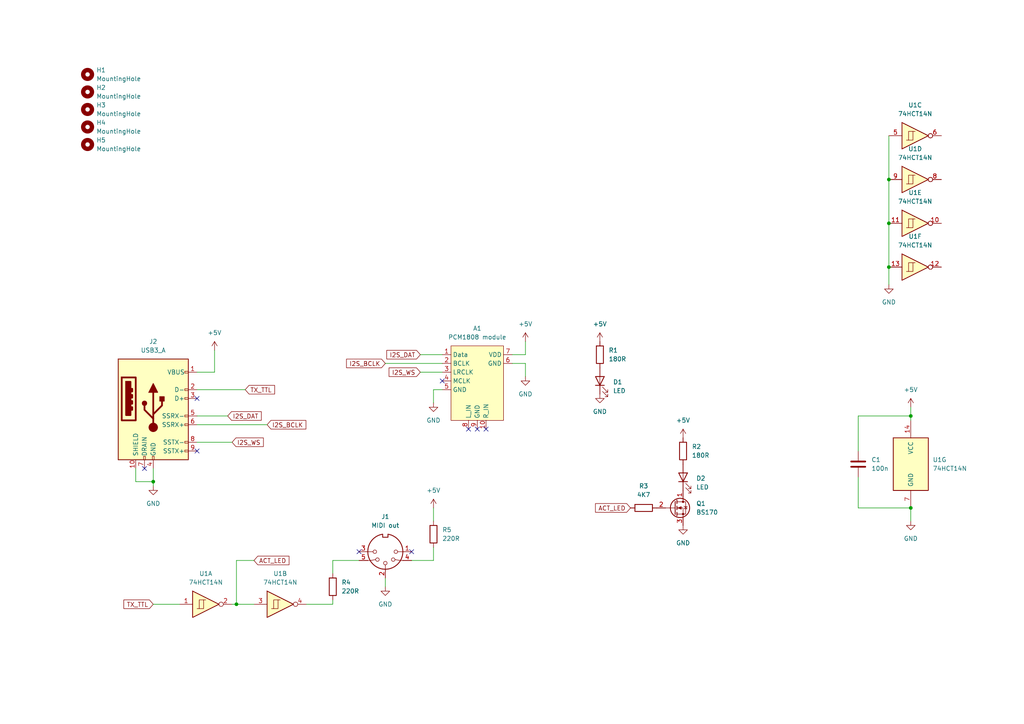
<source format=kicad_sch>
(kicad_sch (version 20230121) (generator eeschema)
  (paper "A4")
  (lib_symbols
    (symbol "74xx:74HC14" (pin_names (offset 1.016))
      (property "Reference" "U" (at 0 1.27 0))
      (property "Value" "74HC14" (at 0 -1.27 0))
      (symbol "74HC14_1_0"
        (polyline (pts (xy -3.81 3.81) (xy -3.81 -3.81) (xy 3.81 0) (xy -3.81 3.81)) (stroke (width 0.254)) (fill (type background)))
        (pin input line (at -7.62 0 0) (length 3.81) (name "~") (number "1"))
        (pin output inverted (at 7.62 0 180) (length 3.81) (name "~") (number "2"))
      )
      (symbol "74HC14_1_1"
        (polyline (pts (xy -1.905 -1.27) (xy -1.905 1.27) (xy -0.635 1.27)))
        (polyline (pts (xy -2.54 -1.27) (xy -0.635 -1.27) (xy -0.635 1.27) (xy 0 1.27)))
      )
      (symbol "74HC14_2_0"
        (polyline (pts (xy -3.81 3.81) (xy -3.81 -3.81) (xy 3.81 0) (xy -3.81 3.81)) (stroke (width 0.254)) (fill (type background)))
        (pin input line (at -7.62 0 0) (length 3.81) (name "~") (number "3"))
        (pin output inverted (at 7.62 0 180) (length 3.81) (name "~") (number "4"))
      )
      (symbol "74HC14_2_1"
        (polyline (pts (xy -1.905 -1.27) (xy -1.905 1.27) (xy -0.635 1.27)))
        (polyline (pts (xy -2.54 -1.27) (xy -0.635 -1.27) (xy -0.635 1.27) (xy 0 1.27)))
      )
      (symbol "74HC14_3_0"
        (polyline (pts (xy -3.81 3.81) (xy -3.81 -3.81) (xy 3.81 0) (xy -3.81 3.81)) (stroke (width 0.254)) (fill (type background)))
        (pin input line (at -7.62 0 0) (length 3.81) (name "~") (number "5"))
        (pin output inverted (at 7.62 0 180) (length 3.81) (name "~") (number "6"))
      )
      (symbol "74HC14_3_1"
        (polyline (pts (xy -1.905 -1.27) (xy -1.905 1.27) (xy -0.635 1.27)))
        (polyline (pts (xy -2.54 -1.27) (xy -0.635 -1.27) (xy -0.635 1.27) (xy 0 1.27)))
      )
      (symbol "74HC14_4_0"
        (polyline (pts (xy -3.81 3.81) (xy -3.81 -3.81) (xy 3.81 0) (xy -3.81 3.81)) (stroke (width 0.254)) (fill (type background)))
        (pin output inverted (at 7.62 0 180) (length 3.81) (name "~") (number "8"))
        (pin input line (at -7.62 0 0) (length 3.81) (name "~") (number "9"))
      )
      (symbol "74HC14_4_1"
        (polyline (pts (xy -1.905 -1.27) (xy -1.905 1.27) (xy -0.635 1.27)))
        (polyline (pts (xy -2.54 -1.27) (xy -0.635 -1.27) (xy -0.635 1.27) (xy 0 1.27)))
      )
      (symbol "74HC14_5_0"
        (polyline (pts (xy -3.81 3.81) (xy -3.81 -3.81) (xy 3.81 0) (xy -3.81 3.81)) (stroke (width 0.254)) (fill (type background)))
        (pin output inverted (at 7.62 0 180) (length 3.81) (name "~") (number "10"))
        (pin input line (at -7.62 0 0) (length 3.81) (name "~") (number "11"))
      )
      (symbol "74HC14_5_1"
        (polyline (pts (xy -1.905 -1.27) (xy -1.905 1.27) (xy -0.635 1.27)))
        (polyline (pts (xy -2.54 -1.27) (xy -0.635 -1.27) (xy -0.635 1.27) (xy 0 1.27)))
      )
      (symbol "74HC14_6_0"
        (polyline (pts (xy -3.81 3.81) (xy -3.81 -3.81) (xy 3.81 0) (xy -3.81 3.81)) (stroke (width 0.254)) (fill (type background)))
        (pin output inverted (at 7.62 0 180) (length 3.81) (name "~") (number "12"))
        (pin input line (at -7.62 0 0) (length 3.81) (name "~") (number "13"))
      )
      (symbol "74HC14_6_1"
        (polyline (pts (xy -1.905 -1.27) (xy -1.905 1.27) (xy -0.635 1.27)))
        (polyline (pts (xy -2.54 -1.27) (xy -0.635 -1.27) (xy -0.635 1.27) (xy 0 1.27)))
      )
      (symbol "74HC14_7_0"
        (pin power_in line (at 0 12.7 270) (length 5.08) (name "VCC") (number "14"))
        (pin power_in line (at 0 -12.7 90) (length 5.08) (name "GND") (number "7"))
      )
      (symbol "74HC14_7_1"
        (rectangle (start -5.08 7.62) (end 5.08 -7.62) (stroke (width 0.254)) (fill (type background)))
      )
    )
    (symbol "Connector:DIN-5_180degree" (pin_names (offset 1.016))
      (property "Reference" "J" (at 3.175 5.715 0))
      (property "Value" "DIN-5_180degree" (at 0 -6.35 0))
      (symbol "DIN-5_180degree_0_1"
        (arc (start -5.08 0) (mid -3.8609 -3.3364) (end -0.762 -5.08) (stroke (width 0.254)))
        (circle (center -3.048 0) (radius 0.508))
        (circle (center -2.286 2.286) (radius 0.508))
        (polyline (pts (xy -5.08 0) (xy -3.556 0)))
        (polyline (pts (xy 0 5.08) (xy 0 3.81)))
        (polyline (pts (xy 5.08 0) (xy 3.556 0)))
        (polyline (pts (xy -5.08 2.54) (xy -4.318 2.54) (xy -2.794 2.286)))
        (polyline (pts (xy 5.08 2.54) (xy 4.318 2.54) (xy 2.794 2.286)))
        (polyline (pts (xy -0.762 -4.953) (xy -0.762 -4.191) (xy 0.762 -4.191) (xy 0.762 -4.953)) (stroke (width 0.254)))
        (circle (center 0 3.302) (radius 0.508))
        (arc (start 0.762 -5.08) (mid 3.8685 -3.343) (end 5.08 0) (stroke (width 0.254)))
        (circle (center 2.286 2.286) (radius 0.508))
        (circle (center 3.048 0) (radius 0.508))
        (arc (start 5.08 0) (mid 0 5.0579) (end -5.08 0) (stroke (width 0.254)))
      )
      (symbol "DIN-5_180degree_1_1"
        (pin passive line (at -7.62 0 0) (length 2.54) (name "~") (number "1"))
        (pin passive line (at 0 7.62 270) (length 2.54) (name "~") (number "2"))
        (pin passive line (at 7.62 0 180) (length 2.54) (name "~") (number "3"))
        (pin passive line (at -7.62 2.54 0) (length 2.54) (name "~") (number "4"))
        (pin passive line (at 7.62 2.54 180) (length 2.54) (name "~") (number "5"))
      )
    )
    (symbol "Connector:USB3_A" (pin_names (offset 1.016))
      (property "Reference" "J" (at -10.16 15.24 0))
      (property "Value" "USB3_A" (at 10.16 15.24 0))
      (symbol "USB3_A_0_0"
        (rectangle (start -9.144 8.636) (end -5.08 -3.81) (stroke (width 0.508)))
        (rectangle (start -7.874 7.366) (end -6.604 -2.286) (stroke (width 0.508)) (fill (type outline)))
        (rectangle (start -6.35 0) (end -6.096 -0.762) (stroke (width 0.508)))
        (rectangle (start -6.35 1.778) (end -6.096 1.016) (stroke (width 0.508)))
        (rectangle (start -6.35 3.556) (end -6.096 2.794) (stroke (width 0.508)))
        (rectangle (start -6.35 5.334) (end -6.096 4.572) (stroke (width 0.508)))
        (rectangle (start -2.794 -15.24) (end -2.286 -14.224))
        (rectangle (start -0.254 -15.24) (end 0.254 -14.224))
        (rectangle (start 10.16 -12.446) (end 9.144 -12.954))
        (rectangle (start 10.16 -9.906) (end 9.144 -10.414))
        (rectangle (start 10.16 -4.826) (end 9.144 -5.334))
        (rectangle (start 10.16 -2.286) (end 9.144 -2.794))
        (rectangle (start 10.16 2.794) (end 9.144 2.286))
        (rectangle (start 10.16 5.334) (end 9.144 4.826))
        (rectangle (start 10.16 10.414) (end 9.144 9.906))
      )
      (symbol "USB3_A_0_1"
        (rectangle (start -10.16 13.97) (end 10.16 -15.24) (stroke (width 0.254)) (fill (type background)))
      )
      (symbol "USB3_A_1_1"
        (circle (center -2.54 1.143) (radius 0.635) (stroke (width 0.254)) (fill (type outline)))
        (circle (center 0 -5.842) (radius 1.27) (fill (type outline)))
        (polyline (pts (xy 0 -5.842) (xy 0 4.318)) (stroke (width 0.508)))
        (polyline (pts (xy 0 -3.302) (xy -2.54 -0.762) (xy -2.54 0.508)) (stroke (width 0.508)))
        (polyline (pts (xy 0 -2.032) (xy 2.54 0.508) (xy 2.54 1.778)) (stroke (width 0.508)))
        (polyline (pts (xy -1.27 4.318) (xy 0 6.858) (xy 1.27 4.318) (xy -1.27 4.318)) (stroke (width 0.254)) (fill (type outline)))
        (rectangle (start 1.905 1.778) (end 3.175 3.048) (stroke (width 0.254)) (fill (type outline)))
        (pin power_in line (at 12.7 10.16 180) (length 2.54) (name "VBUS") (number "1"))
        (pin passive line (at -5.08 -17.78 90) (length 2.54) (name "SHIELD") (number "10"))
        (pin bidirectional line (at 12.7 5.08 180) (length 2.54) (name "D-") (number "2"))
        (pin bidirectional line (at 12.7 2.54 180) (length 2.54) (name "D+") (number "3"))
        (pin power_in line (at 0 -17.78 90) (length 2.54) (name "GND") (number "4"))
        (pin output line (at 12.7 -2.54 180) (length 2.54) (name "SSRX-") (number "5"))
        (pin output line (at 12.7 -5.08 180) (length 2.54) (name "SSRX+") (number "6"))
        (pin passive line (at -2.54 -17.78 90) (length 2.54) (name "DRAIN") (number "7"))
        (pin input line (at 12.7 -10.16 180) (length 2.54) (name "SSTX-") (number "8"))
        (pin input line (at 12.7 -12.7 180) (length 2.54) (name "SSTX+") (number "9"))
      )
    )
    (symbol "Device:C" (pin_numbers hide) (pin_names (offset 0.254))
      (property "Reference" "C" (at 0.635 2.54 0))
      (property "Value" "C" (at 0.635 -2.54 0))
      (symbol "C_0_1"
        (polyline (pts (xy -2.032 -0.762) (xy 2.032 -0.762)) (stroke (width 0.508)))
        (polyline (pts (xy -2.032 0.762) (xy 2.032 0.762)) (stroke (width 0.508)))
      )
      (symbol "C_1_1"
        (pin passive line (at 0 3.81 270) (length 2.794) (name "~") (number "1"))
        (pin passive line (at 0 -3.81 90) (length 2.794) (name "~") (number "2"))
      )
    )
    (symbol "Device:LED" (pin_numbers hide) (pin_names (offset 1.016) hide)
      (property "Reference" "D" (at 0 2.54 0))
      (property "Value" "LED" (at 0 -2.54 0))
      (symbol "LED_0_1"
        (polyline (pts (xy -1.27 -1.27) (xy -1.27 1.27)) (stroke (width 0.254)))
        (polyline (pts (xy -1.27 0) (xy 1.27 0)))
        (polyline (pts (xy 1.27 -1.27) (xy 1.27 1.27) (xy -1.27 0) (xy 1.27 -1.27)) (stroke (width 0.254)))
        (polyline (pts (xy -3.048 -0.762) (xy -4.572 -2.286) (xy -3.81 -2.286) (xy -4.572 -2.286) (xy -4.572 -1.524)))
        (polyline (pts (xy -1.778 -0.762) (xy -3.302 -2.286) (xy -2.54 -2.286) (xy -3.302 -2.286) (xy -3.302 -1.524)))
      )
      (symbol "LED_1_1"
        (pin passive line (at -3.81 0 0) (length 2.54) (name "K") (number "1"))
        (pin passive line (at 3.81 0 180) (length 2.54) (name "A") (number "2"))
      )
    )
    (symbol "Device:R" (pin_numbers hide) (pin_names (offset 0))
      (property "Reference" "R" (at 2.032 0 90))
      (property "Value" "R" (at 0 0 90))
      (symbol "R_0_1"
        (rectangle (start -1.016 -2.54) (end 1.016 2.54) (stroke (width 0.254)))
      )
      (symbol "R_1_1"
        (pin passive line (at 0 3.81 270) (length 1.27) (name "~") (number "1"))
        (pin passive line (at 0 -3.81 90) (length 1.27) (name "~") (number "2"))
      )
    )
    (symbol "Mechanical:MountingHole" (pin_names (offset 1.016))
      (property "Reference" "H" (at 0 5.08 0))
      (property "Value" "MountingHole" (at 0 3.175 0))
      (symbol "MountingHole_0_1"
        (circle (center 0 0) (radius 1.27) (stroke (width 1.27)))
      )
    )
    (symbol "PCM1808_module:PCM1808-module"
      (property "Reference" "A" (at 0 13.97 0))
      (property "Value" "PCM1808 module" (at 0 11.43 0))
      (symbol "PCM1808-module_1_1"
        (rectangle (start -7.62 10.16) (end 7.62 -11.43) (fill (type background)))
        (pin bidirectional line (at -10.16 7.62 0) (length 2.54) (name "Data") (number "1"))
        (pin input line (at 2.54 -13.97 90) (length 2.54) (name "R_IN") (number "10"))
        (pin bidirectional line (at -10.16 5.08 0) (length 2.54) (name "BCLK") (number "2"))
        (pin bidirectional line (at -10.16 2.54 0) (length 2.54) (name "LRCLK") (number "3"))
        (pin output line (at -10.16 0 0) (length 2.54) (name "MCLK") (number "4"))
        (pin power_in line (at -10.16 -2.54 0) (length 2.54) (name "GND") (number "5"))
        (pin power_in line (at 10.16 5.08 180) (length 2.54) (name "GND") (number "6"))
        (pin power_in line (at 10.16 7.62 180) (length 2.54) (name "VDD") (number "7"))
        (pin input line (at -2.54 -13.97 90) (length 2.54) (name "L_IN") (number "8"))
        (pin input line (at 0 -13.97 90) (length 2.54) (name "GND") (number "9"))
      )
    )
    (symbol "Transistor_FET:BS170" (pin_names hide)
      (property "Reference" "Q" (at 5.08 1.905 0))
      (property "Value" "BS170" (at 5.08 0 0))
      (symbol "BS170_0_1"
        (polyline (pts (xy 0.254 0) (xy -2.54 0)))
        (polyline (pts (xy 0.254 1.905) (xy 0.254 -1.905)) (stroke (width 0.254)))
        (polyline (pts (xy 0.762 -1.27) (xy 0.762 -2.286)) (stroke (width 0.254)))
        (polyline (pts (xy 0.762 0.508) (xy 0.762 -0.508)) (stroke (width 0.254)))
        (polyline (pts (xy 0.762 2.286) (xy 0.762 1.27)) (stroke (width 0.254)))
        (polyline (pts (xy 2.54 2.54) (xy 2.54 1.778)))
        (polyline (pts (xy 2.54 -2.54) (xy 2.54 0) (xy 0.762 0)))
        (polyline (pts (xy 0.762 -1.778) (xy 3.302 -1.778) (xy 3.302 1.778) (xy 0.762 1.778)))
        (polyline (pts (xy 1.016 0) (xy 2.032 0.381) (xy 2.032 -0.381) (xy 1.016 0)) (fill (type outline)))
        (polyline (pts (xy 2.794 0.508) (xy 2.921 0.381) (xy 3.683 0.381) (xy 3.81 0.254)))
        (polyline (pts (xy 3.302 0.381) (xy 2.921 -0.254) (xy 3.683 -0.254) (xy 3.302 0.381)))
        (circle (center 1.651 0) (radius 2.794) (stroke (width 0.254)))
        (circle (center 2.54 -1.778) (radius 0.254) (fill (type outline)))
        (circle (center 2.54 1.778) (radius 0.254) (fill (type outline)))
      )
      (symbol "BS170_1_1"
        (pin passive line (at 2.54 5.08 270) (length 2.54) (name "D") (number "1"))
        (pin input line (at -5.08 0 0) (length 2.54) (name "G") (number "2"))
        (pin passive line (at 2.54 -5.08 90) (length 2.54) (name "S") (number "3"))
      )
    )
    (symbol "power:+5V" (power) (pin_names (offset 0))
      (property "Value" "+5V" (at 0 3.556 0))
      (symbol "+5V_0_1"
        (polyline (pts (xy -0.762 1.27) (xy 0 2.54)))
        (polyline (pts (xy 0 0) (xy 0 2.54)))
        (polyline (pts (xy 0 2.54) (xy 0.762 1.27)))
      )
      (symbol "+5V_1_1"
        (pin power_in line (at 0 0 90) (length 0) hide (name "+5V") (number "1"))
      )
    )
    (symbol "power:GND" (power) (pin_names (offset 0))
      (property "Value" "GND" (at 0 -3.81 0))
      (symbol "GND_0_1"
        (polyline (pts (xy 0 0) (xy 0 -1.27) (xy 1.27 -1.27) (xy 0 -2.54) (xy -1.27 -1.27) (xy 0 -1.27)))
      )
      (symbol "GND_1_1"
        (pin power_in line (at 0 0 270) (length 0) hide (name "GND") (number "1"))
      )
    )
  )
  (junction (at 264.16 147.32))
  (junction (at 68.58 175.26))
  (junction (at 257.81 52.07))
  (junction (at 264.16 120.65))
  (junction (at 257.81 64.77))
  (junction (at 44.45 139.7))
  (junction (at 257.81 77.47))
  (no_connect (at 104.14 160.02))
  (no_connect (at 57.15 130.81))
  (no_connect (at 138.43 124.46))
  (no_connect (at 135.89 124.46))
  (no_connect (at 119.38 160.02))
  (no_connect (at 57.15 115.57))
  (no_connect (at 128.27 110.49))
  (no_connect (at 41.91 135.89))
  (no_connect (at 140.97 124.46))
  (wire (pts (xy 39.37 139.7) (xy 44.45 139.7)))
  (wire (pts (xy 62.23 107.95) (xy 62.23 101.6)))
  (wire (pts (xy 57.15 123.19) (xy 77.47 123.19)))
  (wire (pts (xy 148.59 102.87) (xy 152.4 102.87)))
  (wire (pts (xy 96.52 166.37) (xy 96.52 162.56)))
  (wire (pts (xy 57.15 128.27) (xy 67.31 128.27)))
  (wire (pts (xy 57.15 107.95) (xy 62.23 107.95)))
  (wire (pts (xy 125.73 113.03) (xy 125.73 116.84)))
  (wire (pts (xy 68.58 175.26) (xy 68.58 162.56)))
  (wire (pts (xy 125.73 147.32) (xy 125.73 151.13)))
  (wire (pts (xy 248.92 130.81) (xy 248.92 120.65)))
  (wire (pts (xy 148.59 105.41) (xy 152.4 105.41)))
  (wire (pts (xy 257.81 64.77) (xy 257.81 77.47)))
  (wire (pts (xy 39.37 135.89) (xy 39.37 139.7)))
  (wire (pts (xy 125.73 158.75) (xy 125.73 162.56)))
  (wire (pts (xy 264.16 147.32) (xy 264.16 151.13)))
  (wire (pts (xy 96.52 162.56) (xy 104.14 162.56)))
  (wire (pts (xy 44.45 140.97) (xy 44.45 139.7)))
  (wire (pts (xy 257.81 52.07) (xy 257.81 64.77)))
  (wire (pts (xy 248.92 147.32) (xy 248.92 138.43)))
  (wire (pts (xy 67.31 175.26) (xy 68.58 175.26)))
  (wire (pts (xy 44.45 135.89) (xy 44.45 139.7)))
  (wire (pts (xy 248.92 120.65) (xy 264.16 120.65)))
  (wire (pts (xy 96.52 175.26) (xy 96.52 173.99)))
  (wire (pts (xy 264.16 118.11) (xy 264.16 120.65)))
  (wire (pts (xy 111.76 105.41) (xy 128.27 105.41)))
  (wire (pts (xy 68.58 162.56) (xy 73.66 162.56)))
  (wire (pts (xy 121.92 102.87) (xy 128.27 102.87)))
  (wire (pts (xy 88.9 175.26) (xy 96.52 175.26)))
  (wire (pts (xy 152.4 105.41) (xy 152.4 109.22)))
  (wire (pts (xy 264.16 147.32) (xy 248.92 147.32)))
  (wire (pts (xy 68.58 175.26) (xy 73.66 175.26)))
  (wire (pts (xy 128.27 113.03) (xy 125.73 113.03)))
  (wire (pts (xy 57.15 120.65) (xy 66.04 120.65)))
  (wire (pts (xy 257.81 77.47) (xy 257.81 82.55)))
  (wire (pts (xy 57.15 113.03) (xy 71.12 113.03)))
  (wire (pts (xy 152.4 102.87) (xy 152.4 99.06)))
  (wire (pts (xy 264.16 120.65) (xy 264.16 121.92)))
  (wire (pts (xy 257.81 39.37) (xy 257.81 52.07)))
  (wire (pts (xy 121.92 107.95) (xy 128.27 107.95)))
  (wire (pts (xy 119.38 162.56) (xy 125.73 162.56)))
  (wire (pts (xy 44.45 175.26) (xy 52.07 175.26)))
  (wire (pts (xy 111.76 167.64) (xy 111.76 170.18)))
  (global_label "TX_TTL" (shape input) (at 71.12 113.03 0) (property "Intersheetrefs" "${INTERSHEET_REFS}" (effects hide)))
  (global_label "I2S_BCLK" (shape input) (at 77.47 123.19 0) (property "Intersheetrefs" "${INTERSHEET_REFS}" (effects hide)))
  (global_label "I2S_WS" (shape input) (at 67.31 128.27 0) (property "Intersheetrefs" "${INTERSHEET_REFS}" (effects hide)))
  (global_label "ACT_LED" (shape input) (at 182.88 147.32 180) (property "Intersheetrefs" "${INTERSHEET_REFS}" (effects hide)))
  (global_label "I2S_BCLK" (shape input) (at 111.76 105.41 180) (property "Intersheetrefs" "${INTERSHEET_REFS}" (effects hide)))
  (global_label "I2S_DAT" (shape input) (at 121.92 102.87 180) (property "Intersheetrefs" "${INTERSHEET_REFS}" (effects hide)))
  (global_label "I2S_DAT" (shape input) (at 66.04 120.65 0) (property "Intersheetrefs" "${INTERSHEET_REFS}" (effects hide)))
  (global_label "TX_TTL" (shape input) (at 44.45 175.26 180) (property "Intersheetrefs" "${INTERSHEET_REFS}" (effects hide)))
  (global_label "ACT_LED" (shape input) (at 73.66 162.56 0) (property "Intersheetrefs" "${INTERSHEET_REFS}" (effects hide)))
  (global_label "I2S_WS" (shape input) (at 121.92 107.95 180) (property "Intersheetrefs" "${INTERSHEET_REFS}" (effects hide)))
  (symbol (lib_id "74xx:74HC14") (at 265.43 64.77 0) (unit 5)
    (property "Reference" "U1" (at 265.43 55.88 0))
    (property "Value" "74HCT14N" (at 265.43 58.42 0))
    (property "Footprint" "Package_DIP:DIP-14_W7.62mm" (effects hide))
    (property "Datasheet" "http://www.ti.com/lit/gpn/sn74HC14" (effects hide))
  )
  (symbol (lib_id "power:GND") (at 125.73 116.84 0) (unit 1)
    (property "Reference" "#PWR09" (effects hide))
    (property "Value" "GND" (at 125.73 121.92 0))
  )
  (symbol (lib_id "power:GND") (at 264.16 151.13 0) (unit 1)
    (property "Reference" "#PWR02" (effects hide))
    (property "Value" "GND" (at 264.16 156.21 0))
  )
  (symbol (lib_id "Device:C") (at 248.92 134.62 0) (unit 1)
    (property "Reference" "C1" (at 252.73 133.35 0) (effects (justify left)))
    (property "Value" "100n" (at 252.73 135.89 0) (effects (justify left)))
    (property "Footprint" "Capacitor_THT:C_Disc_D4.3mm_W1.9mm_P5.00mm" (effects hide))
    (property "Sim.Device" "C" (effects hide))
    (property "Sim.Pins" "1=+ 2=-" (effects hide))
  )
  (symbol (lib_id "Device:R") (at 186.69 147.32 90) (unit 1)
    (property "Reference" "R3" (at 186.69 140.97 90))
    (property "Value" "4K7" (at 186.69 143.51 90))
    (property "Footprint" "Resistor_THT:R_Axial_DIN0207_L6.3mm_D2.5mm_P10.16mm_Horizontal" (effects hide))
  )
  (symbol (lib_id "power:+5V") (at 264.16 118.11 0) (unit 1)
    (property "Reference" "#PWR01" (effects hide))
    (property "Value" "+5V" (at 264.16 113.03 0))
  )
  (symbol (lib_id "Mechanical:MountingHole") (at 25.4 41.91 0) (unit 1)
    (property "Reference" "H5" (at 27.94 40.64 0) (effects (justify left)))
    (property "Value" "MountingHole" (at 27.94 43.18 0) (effects (justify left)))
    (property "Footprint" "MountingHole:MountingHole_5mm" (effects hide))
  )
  (symbol (lib_id "power:+5V") (at 198.12 127 0) (unit 1)
    (property "Reference" "#PWR010" (effects hide))
    (property "Value" "+5V" (at 198.12 121.92 0))
  )
  (symbol (lib_id "Transistor_FET:BS170") (at 195.58 147.32 0) (unit 1)
    (property "Reference" "Q1" (at 201.93 146.05 0) (effects (justify left)))
    (property "Value" "BS170" (at 201.93 148.59 0) (effects (justify left)))
    (property "Footprint" "Package_TO_SOT_THT:TO-92L_Inline_Wide" (effects hide))
    (property "Datasheet" "https://www.onsemi.com/pub/Collateral/BS170-D.PDF" (effects hide))
  )
  (symbol (lib_id "74xx:74HC14") (at 81.28 175.26 0) (unit 2)
    (property "Reference" "U1" (at 81.28 166.37 0))
    (property "Value" "74HCT14N" (at 81.28 168.91 0))
    (property "Footprint" "Package_DIP:DIP-14_W7.62mm" (effects hide))
    (property "Datasheet" "http://www.ti.com/lit/gpn/sn74HC14" (effects hide))
  )
  (symbol (lib_id "power:+5V") (at 152.4 99.06 0) (unit 1)
    (property "Reference" "#PWR07" (effects hide))
    (property "Value" "+5V" (at 152.4 93.98 0))
  )
  (symbol (lib_id "power:+5V") (at 173.99 99.06 0) (unit 1)
    (property "Reference" "#PWR012" (effects hide))
    (property "Value" "+5V" (at 173.99 93.98 0))
  )
  (symbol (lib_id "power:GND") (at 111.76 170.18 0) (unit 1)
    (property "Reference" "#PWR04" (effects hide))
    (property "Value" "GND" (at 111.76 175.26 0))
  )
  (symbol (lib_id "power:+5V") (at 62.23 101.6 0) (unit 1)
    (property "Reference" "#PWR06" (effects hide))
    (property "Value" "+5V" (at 62.23 96.52 0))
  )
  (symbol (lib_id "power:GND") (at 173.99 114.3 0) (unit 1)
    (property "Reference" "#PWR013" (effects hide))
    (property "Value" "GND" (at 173.99 119.38 0))
  )
  (symbol (lib_id "Connector:DIN-5_180degree") (at 111.76 160.02 180) (unit 1)
    (property "Reference" "J1" (at 111.7599 149.86 0))
    (property "Value" "MIDI out" (at 111.7599 152.4 0))
    (property "Footprint" "5-Din:DIN-5-Variable" (effects hide))
    (property "Datasheet" "http://www.mouser.com/ds/2/18/40_c091_abd_e-75918.pdf" (effects hide))
  )
  (symbol (lib_id "power:GND") (at 257.81 82.55 0) (unit 1)
    (property "Reference" "#PWR014" (effects hide))
    (property "Value" "GND" (at 257.81 87.63 0))
  )
  (symbol (lib_id "power:GND") (at 152.4 109.22 0) (unit 1)
    (property "Reference" "#PWR08" (effects hide))
    (property "Value" "GND" (at 152.4 114.3 0))
  )
  (symbol (lib_id "PCM1808_module:PCM1808-module") (at 138.43 110.49 0) (unit 1)
    (property "Reference" "A1" (at 138.43 95.25 0))
    (property "Value" "PCM1808 module" (at 138.43 97.79 0))
    (property "Footprint" "PCM1808_module:PCM1808_module_upside_down" (effects hide))
  )
  (symbol (lib_id "74xx:74HC14") (at 265.43 52.07 0) (unit 4)
    (property "Reference" "U1" (at 265.43 43.18 0))
    (property "Value" "74HCT14N" (at 265.43 45.72 0))
    (property "Footprint" "Package_DIP:DIP-14_W7.62mm" (effects hide))
    (property "Datasheet" "http://www.ti.com/lit/gpn/sn74HC14" (effects hide))
  )
  (symbol (lib_id "Device:LED") (at 173.99 110.49 90) (unit 1)
    (property "Reference" "D1" (at 177.8 110.8075 90) (effects (justify right)))
    (property "Value" "LED" (at 177.8 113.3475 90) (effects (justify right)))
    (property "Footprint" "LED_THT:LED_D3.0mm" (effects hide))
  )
  (symbol (lib_id "74xx:74HC14") (at 264.16 134.62 0) (unit 7)
    (property "Reference" "U1" (at 270.51 133.35 0) (effects (justify left)))
    (property "Value" "74HCT14N" (at 270.51 135.89 0) (effects (justify left)))
    (property "Footprint" "Package_DIP:DIP-14_W7.62mm" (effects hide))
    (property "Datasheet" "http://www.ti.com/lit/gpn/sn74HC14" (effects hide))
  )
  (symbol (lib_id "Mechanical:MountingHole") (at 25.4 26.67 0) (unit 1)
    (property "Reference" "H2" (at 27.94 25.4 0) (effects (justify left)))
    (property "Value" "MountingHole" (at 27.94 27.94 0) (effects (justify left)))
    (property "Footprint" "MountingHole:MountingHole_3mm" (effects hide))
  )
  (symbol (lib_id "Device:R") (at 173.99 102.87 0) (unit 1)
    (property "Reference" "R1" (at 176.53 101.6 0) (effects (justify left)))
    (property "Value" "180R" (at 176.53 104.14 0) (effects (justify left)))
    (property "Footprint" "Resistor_THT:R_Axial_DIN0207_L6.3mm_D2.5mm_P10.16mm_Horizontal" (effects hide))
  )
  (symbol (lib_id "Mechanical:MountingHole") (at 25.4 31.75 0) (unit 1)
    (property "Reference" "H3" (at 27.94 30.48 0) (effects (justify left)))
    (property "Value" "MountingHole" (at 27.94 33.02 0) (effects (justify left)))
    (property "Footprint" "MountingHole:MountingHole_3mm" (effects hide))
  )
  (symbol (lib_id "74xx:74HC14") (at 265.43 77.47 0) (unit 6)
    (property "Reference" "U1" (at 265.43 68.58 0))
    (property "Value" "74HCT14N" (at 265.43 71.12 0))
    (property "Footprint" "Package_DIP:DIP-14_W7.62mm" (effects hide))
    (property "Datasheet" "http://www.ti.com/lit/gpn/sn74HC14" (effects hide))
  )
  (symbol (lib_id "Device:LED") (at 198.12 138.43 90) (unit 1)
    (property "Reference" "D2" (at 201.93 138.7475 90) (effects (justify right)))
    (property "Value" "LED" (at 201.93 141.2875 90) (effects (justify right)))
    (property "Footprint" "LED_THT:LED_D3.0mm" (effects hide))
  )
  (symbol (lib_id "74xx:74HC14") (at 265.43 39.37 0) (unit 3)
    (property "Reference" "U1" (at 265.43 30.48 0))
    (property "Value" "74HCT14N" (at 265.43 33.02 0))
    (property "Footprint" "Package_DIP:DIP-14_W7.62mm" (effects hide))
    (property "Datasheet" "http://www.ti.com/lit/gpn/sn74HC14" (effects hide))
  )
  (symbol (lib_id "Mechanical:MountingHole") (at 25.4 21.59 0) (unit 1)
    (property "Reference" "H1" (at 27.94 20.32 0) (effects (justify left)))
    (property "Value" "MountingHole" (at 27.94 22.86 0) (effects (justify left)))
    (property "Footprint" "MountingHole:MountingHole_3mm" (effects hide))
  )
  (symbol (lib_id "power:+5V") (at 125.73 147.32 0) (unit 1)
    (property "Reference" "#PWR03" (effects hide))
    (property "Value" "+5V" (at 125.73 142.24 0))
  )
  (symbol (lib_id "power:GND") (at 44.45 140.97 0) (unit 1)
    (property "Reference" "#PWR05" (effects hide))
    (property "Value" "GND" (at 44.45 146.05 0))
  )
  (symbol (lib_id "Device:R") (at 125.73 154.94 0) (unit 1)
    (property "Reference" "R5" (at 128.27 153.67 0) (effects (justify left)))
    (property "Value" "220R" (at 128.27 156.21 0) (effects (justify left)))
    (property "Footprint" "Resistor_THT:R_Axial_DIN0207_L6.3mm_D2.5mm_P10.16mm_Horizontal" (effects hide))
  )
  (symbol (lib_id "Device:R") (at 198.12 130.81 0) (unit 1)
    (property "Reference" "R2" (at 200.66 129.54 0) (effects (justify left)))
    (property "Value" "180R" (at 200.66 132.08 0) (effects (justify left)))
    (property "Footprint" "Resistor_THT:R_Axial_DIN0207_L6.3mm_D2.5mm_P10.16mm_Horizontal" (effects hide))
  )
  (symbol (lib_id "74xx:74HC14") (at 59.69 175.26 0) (unit 1)
    (property "Reference" "U1" (at 59.69 166.37 0))
    (property "Value" "74HCT14N" (at 59.69 168.91 0))
    (property "Footprint" "Package_DIP:DIP-14_W7.62mm" (effects hide))
    (property "Datasheet" "http://www.ti.com/lit/gpn/sn74HC14" (effects hide))
  )
  (symbol (lib_id "Device:R") (at 96.52 170.18 0) (unit 1)
    (property "Reference" "R4" (at 99.06 168.91 0) (effects (justify left)))
    (property "Value" "220R" (at 99.06 171.45 0) (effects (justify left)))
    (property "Footprint" "Resistor_THT:R_Axial_DIN0207_L6.3mm_D2.5mm_P10.16mm_Horizontal" (effects hide))
  )
  (symbol (lib_id "power:GND") (at 198.12 152.4 0) (unit 1)
    (property "Reference" "#PWR011" (effects hide))
    (property "Value" "GND" (at 198.12 157.48 0))
  )
  (symbol (lib_id "Mechanical:MountingHole") (at 25.4 36.83 0) (unit 1)
    (property "Reference" "H4" (at 27.94 35.56 0) (effects (justify left)))
    (property "Value" "MountingHole" (at 27.94 38.1 0) (effects (justify left)))
    (property "Footprint" "MountingHole:MountingHole_3mm" (effects hide))
  )
  (symbol (lib_id "Connector:USB3_A") (at 44.45 118.11 0) (unit 1)
    (property "Reference" "J2" (at 44.45 99.06 0))
    (property "Value" "USB3_A" (at 44.45 101.6 0))
    (property "Footprint" "PCM1808_module:USB3_A_Confly_1095-05" (effects hide))
  )
)
</source>
